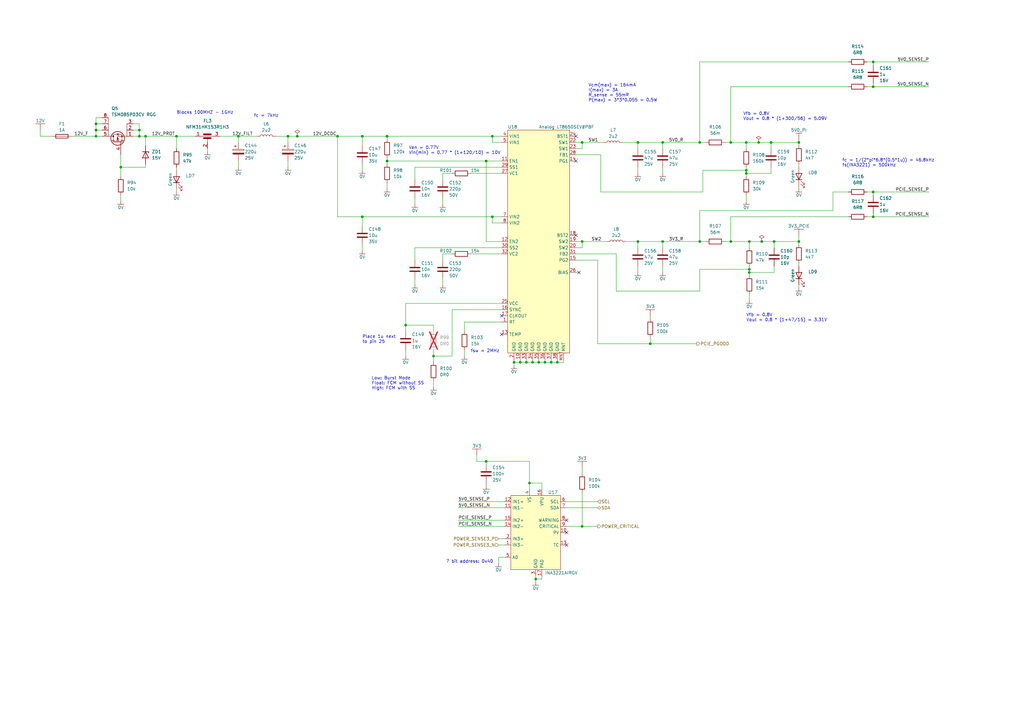
<source format=kicad_sch>
(kicad_sch (version 20231120) (generator "eeschema") (generator_version "8.0")
  (paper "A3")
  (junction (at 223.52 148.59))
  (junction (at 166.37 133.35))
  (junction (at 213.36 148.59))
  (junction (at 217.17 198.12))
  (junction (at 72.39 55.88))
  (junction (at 287.02 99.06))
  (junction (at 306.07 69.85))
  (junction (at 238.76 58.42))
  (junction (at 220.98 148.59))
  (junction (at 201.93 55.88))
  (junction (at 299.72 99.06))
  (junction (at 311.15 58.42))
  (junction (at 358.14 88.9))
  (junction (at 199.39 66.04))
  (junction (at 39.37 50.8))
  (junction (at 299.72 58.42))
  (junction (at 121.92 55.88))
  (junction (at 39.37 53.34))
  (junction (at 158.75 66.04))
  (junction (at 199.39 189.23))
  (junction (at 148.59 55.88))
  (junction (at 219.71 237.49))
  (junction (at 317.5 99.06))
  (junction (at 97.79 55.88))
  (junction (at 327.66 99.06))
  (junction (at 271.78 99.06))
  (junction (at 201.93 88.9))
  (junction (at 57.15 55.88))
  (junction (at 307.34 99.06))
  (junction (at 327.66 58.42))
  (junction (at 215.9 148.59))
  (junction (at 306.07 71.12))
  (junction (at 312.42 99.06))
  (junction (at 307.34 111.76))
  (junction (at 39.37 55.88))
  (junction (at 261.62 58.42))
  (junction (at 177.8 146.05))
  (junction (at 148.59 88.9))
  (junction (at 266.7 140.97))
  (junction (at 358.14 35.56))
  (junction (at 210.82 148.59))
  (junction (at 218.44 148.59))
  (junction (at 287.02 58.42))
  (junction (at 238.76 99.06))
  (junction (at 118.11 55.88))
  (junction (at 59.69 55.88))
  (junction (at 238.76 215.9))
  (junction (at 138.43 55.88))
  (junction (at 226.06 148.59))
  (junction (at 306.07 58.42))
  (junction (at 261.62 99.06))
  (junction (at 271.78 58.42))
  (junction (at 228.6 148.59))
  (junction (at 358.14 78.74))
  (junction (at 158.75 55.88))
  (junction (at 307.34 110.49))
  (junction (at 316.23 58.42))
  (junction (at 49.53 68.58))
  (junction (at 358.14 25.4))
  (junction (at 57.15 53.34))
  (no_connect (at 236.22 55.88))
  (no_connect (at 205.74 129.54))
  (no_connect (at 205.74 137.16))
  (no_connect (at 236.22 96.52))
  (no_connect (at 236.22 66.04))
  (no_connect (at 237.49 111.76))
  (no_connect (at 232.41 223.52))
  (no_connect (at 232.41 218.44))
  (no_connect (at 232.41 213.36))
  (wire (pts (xy 287.02 119.38) (xy 252.73 119.38)))
  (wire (pts (xy 204.47 223.52) (xy 207.01 223.52)))
  (wire (pts (xy 39.37 50.8) (xy 41.91 50.8)))
  (wire (pts (xy 72.39 55.88) (xy 72.39 60.96)))
  (wire (pts (xy 177.8 146.05) (xy 177.8 148.59)))
  (wire (pts (xy 54.61 55.88) (xy 57.15 55.88)))
  (wire (pts (xy 266.7 140.97) (xy 285.75 140.97)))
  (wire (pts (xy 316.23 58.42) (xy 327.66 58.42)))
  (wire (pts (xy 246.38 63.5) (xy 246.38 78.74)))
  (wire (pts (xy 59.69 55.88) (xy 72.39 55.88)))
  (wire (pts (xy 158.75 66.04) (xy 199.39 66.04)))
  (wire (pts (xy 327.66 76.2) (xy 327.66 77.47)))
  (wire (pts (xy 59.69 55.88) (xy 59.69 59.69)))
  (wire (pts (xy 16.51 53.34) (xy 16.51 55.88)))
  (wire (pts (xy 307.34 109.22) (xy 307.34 110.49)))
  (wire (pts (xy 158.75 66.04) (xy 158.75 67.31)))
  (wire (pts (xy 228.6 147.32) (xy 228.6 148.59)))
  (wire (pts (xy 219.71 237.49) (xy 219.71 238.76)))
  (wire (pts (xy 210.82 148.59) (xy 210.82 149.86)))
  (wire (pts (xy 316.23 58.42) (xy 316.23 60.96)))
  (wire (pts (xy 245.11 140.97) (xy 266.7 140.97)))
  (wire (pts (xy 255.27 58.42) (xy 261.62 58.42)))
  (wire (pts (xy 215.9 148.59) (xy 218.44 148.59)))
  (wire (pts (xy 218.44 148.59) (xy 220.98 148.59)))
  (wire (pts (xy 16.51 55.88) (xy 21.59 55.88)))
  (wire (pts (xy 297.18 99.06) (xy 299.72 99.06)))
  (wire (pts (xy 57.15 55.88) (xy 59.69 55.88)))
  (wire (pts (xy 236.22 58.42) (xy 238.76 58.42)))
  (wire (pts (xy 181.61 71.12) (xy 181.61 73.66)))
  (wire (pts (xy 236.22 111.76) (xy 237.49 111.76)))
  (wire (pts (xy 205.74 68.58) (xy 170.18 68.58)))
  (wire (pts (xy 299.72 88.9) (xy 299.72 99.06)))
  (wire (pts (xy 271.78 58.42) (xy 287.02 58.42)))
  (wire (pts (xy 306.07 58.42) (xy 311.15 58.42)))
  (wire (pts (xy 199.39 99.06) (xy 199.39 66.04)))
  (wire (pts (xy 201.93 88.9) (xy 205.74 88.9)))
  (wire (pts (xy 158.75 55.88) (xy 148.59 55.88)))
  (wire (pts (xy 39.37 48.26) (xy 39.37 50.8)))
  (wire (pts (xy 299.72 35.56) (xy 347.98 35.56)))
  (wire (pts (xy 327.66 107.95) (xy 327.66 109.22)))
  (wire (pts (xy 327.66 116.84) (xy 327.66 118.11)))
  (wire (pts (xy 217.17 200.66) (xy 217.17 198.12)))
  (wire (pts (xy 266.7 129.54) (xy 266.7 130.81)))
  (wire (pts (xy 185.42 104.14) (xy 181.61 104.14)))
  (wire (pts (xy 201.93 91.44) (xy 205.74 91.44)))
  (wire (pts (xy 355.6 78.74) (xy 358.14 78.74)))
  (wire (pts (xy 238.76 191.77) (xy 238.76 194.31)))
  (wire (pts (xy 177.8 146.05) (xy 185.42 146.05)))
  (wire (pts (xy 307.34 110.49) (xy 307.34 111.76)))
  (wire (pts (xy 238.76 58.42) (xy 238.76 60.96)))
  (wire (pts (xy 49.53 68.58) (xy 49.53 72.39)))
  (wire (pts (xy 306.07 69.85) (xy 288.29 69.85)))
  (wire (pts (xy 316.23 68.58) (xy 316.23 71.12)))
  (wire (pts (xy 327.66 96.52) (xy 327.66 99.06)))
  (wire (pts (xy 138.43 55.88) (xy 138.43 88.9)))
  (wire (pts (xy 358.14 88.9) (xy 381 88.9)))
  (wire (pts (xy 238.76 215.9) (xy 245.11 215.9)))
  (wire (pts (xy 29.21 55.88) (xy 39.37 55.88)))
  (wire (pts (xy 299.72 99.06) (xy 307.34 99.06)))
  (wire (pts (xy 187.96 205.74) (xy 207.01 205.74)))
  (wire (pts (xy 213.36 147.32) (xy 213.36 148.59)))
  (wire (pts (xy 49.53 80.01) (xy 49.53 82.55)))
  (wire (pts (xy 72.39 68.58) (xy 72.39 69.85)))
  (wire (pts (xy 177.8 156.21) (xy 177.8 158.75)))
  (wire (pts (xy 222.25 236.22) (xy 222.25 237.49)))
  (wire (pts (xy 39.37 55.88) (xy 41.91 55.88)))
  (wire (pts (xy 187.96 215.9) (xy 207.01 215.9)))
  (wire (pts (xy 72.39 55.88) (xy 80.01 55.88)))
  (wire (pts (xy 113.03 55.88) (xy 118.11 55.88)))
  (wire (pts (xy 49.53 63.5) (xy 49.53 68.58)))
  (wire (pts (xy 287.02 25.4) (xy 287.02 58.42)))
  (wire (pts (xy 307.34 120.65) (xy 307.34 123.19)))
  (wire (pts (xy 166.37 124.46) (xy 166.37 133.35)))
  (wire (pts (xy 287.02 86.36) (xy 287.02 99.06)))
  (wire (pts (xy 223.52 148.59) (xy 226.06 148.59)))
  (wire (pts (xy 236.22 104.14) (xy 252.73 104.14)))
  (wire (pts (xy 232.41 215.9) (xy 238.76 215.9)))
  (wire (pts (xy 228.6 148.59) (xy 231.14 148.59)))
  (wire (pts (xy 213.36 148.59) (xy 215.9 148.59)))
  (wire (pts (xy 236.22 63.5) (xy 246.38 63.5)))
  (wire (pts (xy 199.39 99.06) (xy 205.74 99.06)))
  (wire (pts (xy 358.14 35.56) (xy 358.14 34.29)))
  (wire (pts (xy 288.29 69.85) (xy 288.29 78.74)))
  (wire (pts (xy 312.42 99.06) (xy 317.5 99.06)))
  (wire (pts (xy 39.37 53.34) (xy 41.91 53.34)))
  (wire (pts (xy 222.25 198.12) (xy 222.25 200.66)))
  (wire (pts (xy 223.52 147.32) (xy 223.52 148.59)))
  (wire (pts (xy 217.17 189.23) (xy 217.17 198.12)))
  (wire (pts (xy 199.39 198.12) (xy 199.39 199.39)))
  (wire (pts (xy 170.18 81.28) (xy 170.18 83.82)))
  (wire (pts (xy 358.14 35.56) (xy 381 35.56)))
  (wire (pts (xy 148.59 88.9) (xy 138.43 88.9)))
  (wire (pts (xy 90.17 55.88) (xy 97.79 55.88)))
  (wire (pts (xy 307.34 99.06) (xy 307.34 101.6)))
  (wire (pts (xy 39.37 48.26) (xy 41.91 48.26)))
  (wire (pts (xy 355.6 35.56) (xy 358.14 35.56)))
  (wire (pts (xy 218.44 147.32) (xy 218.44 148.59)))
  (wire (pts (xy 166.37 133.35) (xy 166.37 135.89)))
  (wire (pts (xy 148.59 100.33) (xy 148.59 102.87)))
  (wire (pts (xy 187.96 208.28) (xy 207.01 208.28)))
  (wire (pts (xy 181.61 81.28) (xy 181.61 83.82)))
  (wire (pts (xy 187.96 213.36) (xy 207.01 213.36)))
  (wire (pts (xy 266.7 140.97) (xy 266.7 138.43)))
  (wire (pts (xy 201.93 58.42) (xy 205.74 58.42)))
  (wire (pts (xy 170.18 114.3) (xy 170.18 116.84)))
  (wire (pts (xy 271.78 99.06) (xy 261.62 99.06)))
  (wire (pts (xy 54.61 50.8) (xy 57.15 50.8)))
  (wire (pts (xy 327.66 67.31) (xy 327.66 68.58)))
  (wire (pts (xy 205.74 101.6) (xy 170.18 101.6)))
  (wire (pts (xy 201.93 58.42) (xy 201.93 55.88)))
  (wire (pts (xy 204.47 220.98) (xy 207.01 220.98)))
  (wire (pts (xy 236.22 60.96) (xy 238.76 60.96)))
  (wire (pts (xy 261.62 99.06) (xy 261.62 101.6)))
  (wire (pts (xy 358.14 78.74) (xy 358.14 80.01)))
  (wire (pts (xy 195.58 189.23) (xy 199.39 189.23)))
  (wire (pts (xy 261.62 58.42) (xy 271.78 58.42)))
  (wire (pts (xy 327.66 99.06) (xy 327.66 100.33)))
  (wire (pts (xy 238.76 99.06) (xy 248.92 99.06)))
  (wire (pts (xy 220.98 147.32) (xy 220.98 148.59)))
  (wire (pts (xy 199.39 189.23) (xy 217.17 189.23)))
  (wire (pts (xy 252.73 104.14) (xy 252.73 119.38)))
  (wire (pts (xy 97.79 55.88) (xy 97.79 58.42)))
  (wire (pts (xy 261.62 68.58) (xy 261.62 71.12)))
  (wire (pts (xy 355.6 25.4) (xy 358.14 25.4)))
  (wire (pts (xy 177.8 143.51) (xy 177.8 146.05)))
  (wire (pts (xy 148.59 67.31) (xy 148.59 69.85)))
  (wire (pts (xy 170.18 68.58) (xy 170.18 73.66)))
  (wire (pts (xy 166.37 124.46) (xy 205.74 124.46)))
  (wire (pts (xy 210.82 148.59) (xy 213.36 148.59)))
  (wire (pts (xy 85.09 60.96) (xy 85.09 62.23)))
  (wire (pts (xy 358.14 25.4) (xy 358.14 26.67)))
  (wire (pts (xy 205.74 132.08) (xy 190.5 132.08)))
  (wire (pts (xy 190.5 143.51) (xy 190.5 146.05)))
  (wire (pts (xy 232.41 205.74) (xy 245.11 205.74)))
  (wire (pts (xy 219.71 237.49) (xy 222.25 237.49)))
  (wire (pts (xy 190.5 132.08) (xy 190.5 135.89)))
  (wire (pts (xy 341.63 78.74) (xy 347.98 78.74)))
  (wire (pts (xy 306.07 58.42) (xy 306.07 60.96)))
  (wire (pts (xy 97.79 66.04) (xy 97.79 68.58)))
  (wire (pts (xy 307.34 110.49) (xy 287.02 110.49)))
  (wire (pts (xy 97.79 55.88) (xy 105.41 55.88)))
  (wire (pts (xy 238.76 215.9) (xy 238.76 201.93)))
  (wire (pts (xy 317.5 99.06) (xy 317.5 101.6)))
  (wire (pts (xy 238.76 99.06) (xy 238.76 101.6)))
  (wire (pts (xy 220.98 148.59) (xy 223.52 148.59)))
  (wire (pts (xy 288.29 78.74) (xy 246.38 78.74)))
  (wire (pts (xy 148.59 55.88) (xy 148.59 59.69)))
  (wire (pts (xy 306.07 69.85) (xy 306.07 71.12)))
  (wire (pts (xy 341.63 86.36) (xy 287.02 86.36)))
  (wire (pts (xy 287.02 110.49) (xy 287.02 119.38)))
  (wire (pts (xy 72.39 77.47) (xy 72.39 78.74)))
  (wire (pts (xy 166.37 143.51) (xy 166.37 146.05)))
  (wire (pts (xy 158.75 74.93) (xy 158.75 77.47)))
  (wire (pts (xy 148.59 88.9) (xy 201.93 88.9)))
  (wire (pts (xy 226.06 148.59) (xy 228.6 148.59)))
  (wire (pts (xy 358.14 88.9) (xy 358.14 87.63)))
  (wire (pts (xy 204.47 231.14) (xy 204.47 228.6)))
  (wire (pts (xy 215.9 147.32) (xy 215.9 148.59)))
  (wire (pts (xy 306.07 80.01) (xy 306.07 82.55)))
  (wire (pts (xy 185.42 146.05) (xy 185.42 127)))
  (wire (pts (xy 355.6 88.9) (xy 358.14 88.9)))
  (wire (pts (xy 287.02 25.4) (xy 347.98 25.4)))
  (wire (pts (xy 210.82 147.32) (xy 210.82 148.59)))
  (wire (pts (xy 148.59 88.9) (xy 148.59 92.71)))
  (wire (pts (xy 236.22 106.68) (xy 245.11 106.68)))
  (wire (pts (xy 118.11 66.04) (xy 118.11 68.58)))
  (wire (pts (xy 317.5 99.06) (xy 327.66 99.06)))
  (wire (pts (xy 177.8 133.35) (xy 166.37 133.35)))
  (wire (pts (xy 271.78 99.06) (xy 287.02 99.06)))
  (wire (pts (xy 204.47 228.6) (xy 207.01 228.6)))
  (wire (pts (xy 236.22 101.6) (xy 238.76 101.6)))
  (wire (pts (xy 261.62 109.22) (xy 261.62 111.76)))
  (wire (pts (xy 59.69 68.58) (xy 49.53 68.58)))
  (wire (pts (xy 287.02 99.06) (xy 289.56 99.06)))
  (wire (pts (xy 347.98 88.9) (xy 299.72 88.9)))
  (wire (pts (xy 271.78 68.58) (xy 271.78 71.12)))
  (wire (pts (xy 39.37 50.8) (xy 39.37 53.34)))
  (wire (pts (xy 311.15 58.42) (xy 316.23 58.42)))
  (wire (pts (xy 317.5 109.22) (xy 317.5 111.76)))
  (wire (pts (xy 219.71 236.22) (xy 219.71 237.49)))
  (wire (pts (xy 59.69 67.31) (xy 59.69 68.58)))
  (wire (pts (xy 185.42 127) (xy 205.74 127)))
  (wire (pts (xy 199.39 189.23) (xy 199.39 190.5)))
  (wire (pts (xy 193.04 71.12) (xy 205.74 71.12)))
  (wire (pts (xy 341.63 78.74) (xy 341.63 86.36)))
  (wire (pts (xy 217.17 198.12) (xy 222.25 198.12)))
  (wire (pts (xy 299.72 35.56) (xy 299.72 58.42)))
  (wire (pts (xy 201.93 91.44) (xy 201.93 88.9)))
  (wire (pts (xy 317.5 111.76) (xy 307.34 111.76)))
  (wire (pts (xy 316.23 71.12) (xy 306.07 71.12)))
  (wire (pts (xy 231.14 148.59) (xy 231.14 147.32)))
  (wire (pts (xy 54.61 53.34) (xy 57.15 53.34)))
  (wire (pts (xy 236.22 99.06) (xy 238.76 99.06)))
  (wire (pts (xy 118.11 55.88) (xy 121.92 55.88)))
  (wire (pts (xy 181.61 104.14) (xy 181.61 106.68)))
  (wire (pts (xy 177.8 135.89) (xy 177.8 133.35)))
  (wire (pts (xy 238.76 58.42) (xy 247.65 58.42)))
  (wire (pts (xy 195.58 186.69) (xy 195.58 189.23)))
  (wire (pts (xy 118.11 55.88) (xy 118.11 58.42)))
  (wire (pts (xy 181.61 114.3) (xy 181.61 116.84)))
  (wire (pts (xy 199.39 66.04) (xy 205.74 66.04)))
  (wire (pts (xy 327.66 58.42) (xy 327.66 59.69)))
  (wire (pts (xy 358.14 25.4) (xy 381 25.4)))
  (wire (pts (xy 307.34 99.06) (xy 312.42 99.06)))
  (wire (pts (xy 307.34 111.76) (xy 307.34 113.03)))
  (wire (pts (xy 271.78 109.22) (xy 271.78 111.76)))
  (wire (pts (xy 39.37 53.34) (xy 39.37 55.88)))
  (wire (pts (xy 138.43 55.88) (xy 148.59 55.88)))
  (wire (pts (xy 358.14 78.74) (xy 381 78.74)))
  (wire (pts (xy 271.78 99.06) (xy 271.78 101.6)))
  (wire (pts (xy 158.75 55.88) (xy 158.75 57.15)))
  (wire (pts (xy 245.11 106.68) (xy 245.11 140.97)))
  (wire (pts (xy 306.07 68.58) (xy 306.07 69.85)))
  (wire (pts (xy 226.06 147.32) (xy 226.06 148.59)))
  (wire (pts (xy 327.66 57.15) (xy 327.66 58.42)))
  (wire (pts (xy 57.15 50.8) (xy 57.15 53.34)))
  (wire (pts (xy 57.15 53.34) (xy 57.15 55.88)))
  (wire (pts (xy 299.72 58.42) (xy 306.07 58.42)))
  (wire (pts (xy 170.18 101.6) (xy 170.18 106.68)))
  (wire (pts (xy 158.75 64.77) (xy 158.75 66.04)))
  (wire (pts (xy 287.02 58.42) (xy 289.56 58.42)))
  (wire (pts (xy 121.92 55.88) (xy 138.43 55.88)))
  (wire (pts (xy 232.41 208.28) (xy 245.11 208.28)))
  (wire (pts (xy 297.18 58.42) (xy 299.72 58.42)))
  (wire (pts (xy 256.54 99.06) (xy 261.62 99.06)))
  (wire (pts (xy 261.62 58.42) (xy 261.62 60.96)))
  (wire (pts (xy 271.78 58.42) (xy 271.78 60.96)))
  (wire (pts (xy 193.04 104.14) (xy 205.74 104.14)))
  (wire (pts (xy 185.42 71.12) (xy 181.61 71.12)))
  (wire (pts (xy 201.93 55.88) (xy 158.75 55.88)))
  (wire (pts (xy 306.07 71.12) (xy 306.07 72.39)))
  (wire (pts (xy 201.93 55.88) (xy 205.74 55.88)))
  (text "Place 1u next\nto pin 25" (at 148.59 140.97 0) (effects (font (size 1.27 1.27)) (justify left bottom)))
  (text "Blocks 100MHZ - 1GHz" (at 72.39 46.99 0) (effects (font (size 1.27 1.27)) (justify left bottom)))
  (text "Vfb = 0.8V\nVout = 0.8 * (1+300/56) = 5.09V" (at 304.8 49.53 0) (effects (font (size 1.27 1.27)) (justify left bottom)))
  (text "Vcm(max) = 164mA\nI(max) = 3A\nR_sense = 55mR\nP(max) = 3*3*0.055 = 0.5W" (at 241.3 41.91 0) (effects (font (size 1.27 1.27)) (justify left bottom)))
  (text "Vfb = 0.8V\nVout = 0.8 * (1+47/15) = 3.31V" (at 306.07 132.08 0) (effects (font (size 1.27 1.27)) (justify left bottom)))
  (text "7 bit address: 0x40" (at 182.88 231.14 0) (effects (font (size 1.27 1.27)) (justify left bottom)))
  (text "fsw = 2MHz" (at 193.04 144.78 0) (effects (font (size 1.27 1.27)) (justify left bottom)))
  (text "Ven = 0.77V\nVin(min) = 0.77 * (1+120/10) = 10V" (at 167.64 63.5 0) (effects (font (size 1.27 1.27)) (justify left bottom)))
  (text "fc = 7kHz" (at 104.14 48.26 0) (effects (font (size 1.27 1.27)) (justify left bottom)))
  (text "Low: Burst Mode\nFloat: FCM without SS\nHigh: FCM with SS" (at 152.4 160.02 0) (effects (font (size 1.27 1.27)) (justify left bottom)))
  (text "fc = 1/(2*pi*6.8*(0.5*1u)) = 46.8kHz\nfs(INA3221) = 500kHz" (at 345.44 68.58 0) (effects (font (size 1.27 1.27)) (justify left bottom)))
  (label "PCIE_SENSE_N" (at 381 88.9 180))
  (label "5V0_SENSE_P" (at 381 25.4 180))
  (label "12V_DCDC" (at 128.27 55.88 0))
  (label "5V0_SENSE_P" (at 187.96 205.74 0))
  (label "PCIE_SENSE_P" (at 381 78.74 180))
  (label "SW2" (at 242.57 99.06 0))
  (label "3V3_R" (at 274.32 99.06 0))
  (label "PCIE_SENSE_N" (at 187.96 215.9 0))
  (label "SW1" (at 241.3 58.42 0))
  (label "12V_FILT" (at 95.25 55.88 0))
  (label "5V0_R" (at 274.32 58.42 0))
  (label "12V_PROT" (at 62.23 55.88 0))
  (label "12V_F" (at 30.48 55.88 0))
  (label "PCIE_SENSE_P" (at 187.96 213.36 0))
  (label "5V0_SENSE_N" (at 381 35.56 180))
  (label "5V0_SENSE_N" (at 187.96 208.28 0))
  (hierarchical_label "POWER_SENSE3_N" (shape input) (at 204.47 223.52 180))
  (hierarchical_label "POWER_SENSE3_P" (shape input) (at 204.47 220.98 180))
  (hierarchical_label "PCIE_PGOOD" (shape output) (at 285.75 140.97 0))
  (hierarchical_label "SCL" (shape input) (at 245.11 205.74 0))
  (hierarchical_label "POWER_CRITICAL" (shape output) (at 245.11 215.9 0))
  (hierarchical_label "SDA" (shape bidirectional) (at 245.11 208.28 0))
  (symbol (lib_id "AAA_Preferred_WUT:KOA Speer RK73H1ETTP1003F") (at 266.7 134.62 0) (unit 1)
    (property "Reference" "R105" (at 269.24 133.35 0) (effects (justify left)))
    (property "Value" "100k" (at 269.24 135.89 0) (effects (justify left)))
    (property "Footprint" "Resistor_SMD:R_0402_1005Metric" (effects (hide yes)))
    (property "Datasheet" "https://www.koaspeer.com/pdfs/RK73H.pdf" (effects (hide yes)))
    (property "MPN" "RK73H1ETTP1003F" (effects (hide yes)))
    (property "Manufacturer" "KOA Speer" (effects (hide yes)))
    (property "Tolerance" "1%" (effects (hide yes)))
    (property "Height" "0.4mm" (effects (hide yes)))
  )
  (symbol (lib_id "Transistor_WUT:Taiwan-Semiconductor_TSM085P03CV-RGG") (at 49.53 55.88 270) (mirror x) (unit 1)
    (property "Reference" "Q5" (at 45.72 44.45 90) (effects (justify left)))
    (property "Value" "TSM085P03CV RGG" (at 45.72 46.99 90) (effects (justify left)))
    (property "Footprint" "IC_WUT:PDFN33-8" (effects (hide yes)))
    (property "Datasheet" "https://www.taiwansemi.com/assets/uploads/datasheet/TSM085P03CV_A1605.pdf" (effects (hide yes)))
    (property "Manufacturer" "Taiwan Semiconductor" (effects (hide yes)))
    (property "MPN" "TSM085P03CV RGG" (effects (hide yes)))
  )
  (symbol (lib_id "Power_WUT:0V") (at 261.62 71.12 0) (unit 1) (in_bom no) (on_board no)
    (property "Reference" "#PWR0290" (effects (hide yes)))
    (property "Value" "0V" (at 261.62 73.66 0))
  )
  (symbol (lib_id "Auto_Library_WUT:TDK C3216X5R1E476M160AC") (at 271.78 64.77 0) (unit 1)
    (property "Reference" "C157" (at 274.32 62.23 0) (effects (justify left)))
    (property "Value" "47u" (at 274.32 64.77 0) (effects (justify left)))
    (property "Footprint" "Capacitor_SMD:C_1206_3216Metric" (effects (hide yes)))
    (property "Datasheet" "https://product.tdk.com/system/files/dam/doc/product/capacitor/ceramic/mlcc/catalog/mlcc_commercial_general_en.pdf" (effects (hide yes)))
    (property "Voltage" "25V" (at 274.32 67.31 0) (effects (justify left)))
    (property "Manufacturer" "TDK" (effects (hide yes)))
    (property "MPN" "C3216X5R1E476M160AC" (effects (hide yes)))
    (property "Tolerance" "20%" (effects (hide yes)))
    (property "Dielectric" "X5R" (effects (hide yes)))
    (property "Height" "1.6mm" (effects (hide yes)))
  )
  (symbol (lib_id "Power_WUT:0V") (at 177.8 158.75 0) (unit 1) (in_bom no) (on_board no)
    (property "Reference" "#PWR0280" (effects (hide yes)))
    (property "Value" "0V" (at 177.8 161.29 0))
  )
  (symbol (lib_id "Auto_Library_WUT:KOA Speer RK73H1ETTP6R80F") (at 351.79 88.9 90) (unit 1)
    (property "Reference" "R117" (at 351.79 82.55 90))
    (property "Value" "6R8" (at 351.79 85.09 90))
    (property "Footprint" "Resistor_SMD:R_0402_1005Metric" (effects (hide yes)))
    (property "Datasheet" "https://www.koaspeer.com/pdfs/RK73H.pdf" (effects (hide yes)))
    (property "MPN" "RK73H1ETTP6R80F" (effects (hide yes)))
    (property "Manufacturer" "KOA Speer" (effects (hide yes)))
    (property "Tolerance" "1%" (effects (hide yes)))
    (property "Height" "0.4mm" (effects (hide yes)))
  )
  (symbol (lib_id "Power_WUT:0V") (at 166.37 146.05 0) (unit 1) (in_bom no) (on_board no)
    (property "Reference" "#PWR0277" (effects (hide yes)))
    (property "Value" "0V" (at 166.37 148.59 0))
  )
  (symbol (lib_id "Auto_Library_WUT:Coilcraft XEL4030-222MED") (at 251.46 58.42 90) (unit 1)
    (property "Reference" "L7" (at 251.46 53.34 90))
    (property "Value" "2u2" (at 251.46 55.88 90))
    (property "Footprint" "Inductor_WUT:Coilcraft_XEL4030" (effects (hide yes)))
    (property "Datasheet" "https://www.coilcraft.com/getmedia/8245f050-f190-4295-8c41-7c03d662ee3d/xel4030.pdf" (effects (hide yes)))
    (property "Manufacturer" "Coilcraft" (effects (hide yes)))
    (property "MPN" "XEL4030-222MED" (effects (hide yes)))
    (property "Tolerance" "20%" (effects (hide yes)))
    (property "Height" "3.1mm" (effects (hide yes)))
  )
  (symbol (lib_id "Auto_Library_WUT:Coilcraft XEL4030-222MED") (at 252.73 99.06 90) (unit 1)
    (property "Reference" "L8" (at 252.73 93.98 90))
    (property "Value" "2u2" (at 252.73 96.52 90))
    (property "Footprint" "Inductor_WUT:Coilcraft_XEL4030" (effects (hide yes)))
    (property "Datasheet" "https://www.coilcraft.com/getmedia/8245f050-f190-4295-8c41-7c03d662ee3d/xel4030.pdf" (effects (hide yes)))
    (property "Manufacturer" "Coilcraft" (effects (hide yes)))
    (property "MPN" "XEL4030-222MED" (effects (hide yes)))
    (property "Tolerance" "20%" (effects (hide yes)))
    (property "Height" "3.1mm" (effects (hide yes)))
  )
  (symbol (lib_id "Auto_Library_WUT:Kemet C0402C221G5GACTU") (at 181.61 77.47 0) (unit 1)
    (property "Reference" "C152" (at 184.15 74.93 0) (effects (justify left)))
    (property "Value" "220p" (at 184.15 77.47 0) (effects (justify left)))
    (property "Footprint" "Capacitor_SMD:C_0402_1005Metric" (effects (hide yes)))
    (property "Datasheet" "https://www.mouser.co.uk/datasheet/2/447/KEM_C1006_X5R_SMD-3316465.pdf" (effects (hide yes)))
    (property "Voltage" "50V" (at 184.15 80.01 0) (effects (justify left)))
    (property "Manufacturer" "Kemet" (effects (hide yes)))
    (property "MPN" "C0402C221G5GACTU" (effects (hide yes)))
    (property "Tolerance" "0.02" (effects (hide yes)))
    (property "Dielectric" "NP0/C0G" (effects (hide yes)))
    (property "Height" "0.5mm" (effects (hide yes)))
  )
  (symbol (lib_id "Power_WUT:0V") (at 118.11 68.58 0) (unit 1) (in_bom no) (on_board no)
    (property "Reference" "#PWR0273" (effects (hide yes)))
    (property "Value" "0V" (at 118.11 71.12 0))
  )
  (symbol (lib_id "Auto_Library_WUT:KOA Speer RK73H1ETTP4701F") (at 327.66 104.14 0) (unit 1)
    (property "Reference" "R113" (at 330.2 102.87 0) (effects (justify left)))
    (property "Value" "4k7" (at 330.2 105.41 0) (effects (justify left)))
    (property "Footprint" "Resistor_SMD:R_0402_1005Metric" (effects (hide yes)))
    (property "Datasheet" "https://www.koaspeer.com/pdfs/RK73H.pdf" (effects (hide yes)))
    (property "MPN" "RK73H1ETTP4701F" (effects (hide yes)))
    (property "Manufacturer" "KOA Speer" (effects (hide yes)))
    (property "Tolerance" "1%" (effects (hide yes)))
    (property "Height" "0.4mm" (effects (hide yes)))
  )
  (symbol (lib_id "Power_WUT:0V") (at 181.61 116.84 0) (unit 1) (in_bom no) (on_board no)
    (property "Reference" "#PWR0282" (effects (hide yes)))
    (property "Value" "0V" (at 181.61 119.38 0))
  )
  (symbol (lib_id "AAA_Preferred_WUT:Ekinglux_E6C0603VGAC1UDA") (at 327.66 72.39 270) (unit 1)
    (property "Reference" "LD8" (at 331.47 70.8025 90) (effects (justify left)))
    (property "Value" "Green" (at 325.12 72.39 0))
    (property "Footprint" "LED_SMD:LED_0603_1608Metric" (effects (hide yes)))
    (property "Datasheet" "https://datasheet.lcsc.com/lcsc/2203301830_EKINGLUX-E6C0603VGAC1UDA_C375447.pdf" (effects (hide yes)))
    (property "Manufacturer" "Ekinglux" (effects (hide yes)))
    (property "MPN" "E6C0603VGAC1UDA" (effects (hide yes)))
  )
  (symbol (lib_id "AAA_Preferred_WUT:Ekinglux_E6C0603VGAC1UDA") (at 72.39 73.66 270) (unit 1)
    (property "Reference" "LD7" (at 76.2 72.0725 90) (effects (justify left)))
    (property "Value" "Green" (at 69.85 73.66 0))
    (property "Footprint" "LED_SMD:LED_0603_1608Metric" (effects (hide yes)))
    (property "Datasheet" "https://datasheet.lcsc.com/lcsc/2203301830_EKINGLUX-E6C0603VGAC1UDA_C375447.pdf" (effects (hide yes)))
    (property "Manufacturer" "Ekinglux" (effects (hide yes)))
    (property "MPN" "E6C0603VGAC1UDA" (effects (hide yes)))
  )
  (symbol (lib_id "IC_WUT:LT8650SEV#PBF ") (at 220.98 55.88 0) (unit 1)
    (property "Reference" "U18" (at 208.28 52.07 0) (effects (justify left)))
    (property "Value" "Analog LT8650SEV#PBF " (at 220.98 52.07 0) (effects (justify left)))
    (property "Footprint" "IC_WUT:LQFN-32(28)-6EP_6x4mm_P0.5mm_EP1.1x1.33mm" (effects (hide yes)))
    (property "Datasheet" "https://www.analog.com/media/en/technical-documentation/data-sheets/lt8650s.pdf" (effects (hide yes)))
    (property "Manufacturer" "Analog Devices" (effects (hide yes)))
    (property "MPN" "LT8650SEV#PBF " (effects (hide yes)))
  )
  (symbol (lib_id "Power_WUT:0V") (at 307.34 123.19 0) (unit 1) (in_bom no) (on_board no)
    (property "Reference" "#PWR0296" (effects (hide yes)))
    (property "Value" "0V" (at 307.34 125.73 0))
  )
  (symbol (lib_id "Power_WUT:5V0_PI") (at 327.66 57.15 0) (unit 1) (in_bom no) (on_board no)
    (property "Reference" "#PWR0297" (effects (hide yes)))
    (property "Value" "5V0_PI" (at 327.66 53.34 0))
  )
  (symbol (lib_id "RF_WUT:Feedthrough_Murata_NFM31HK153R1H3") (at 85.09 55.88 0) (unit 1)
    (property "Reference" "FL3" (at 85.09 49.53 0))
    (property "Value" "NFM31HK153R1H3" (at 85.09 52.07 0))
    (property "Footprint" "Capacitor_WUT:Murata_NFM31HK" (effects (hide yes)))
    (property "Datasheet" "https://www.murata.com/en-eu/products/productdetail?partno=NFM31HK153R1H3%23" (effects (hide yes)))
    (property "Manufacturer" "Murata" (effects (hide yes)))
    (property "MPN" "NFM31HK153R1H3" (effects (hide yes)))
  )
  (symbol (lib_id "Auto_Library_WUT:Kemet C0402C103K4PACTU") (at 170.18 77.47 0) (unit 1)
    (property "Reference" "C150" (at 172.72 74.93 0) (effects (justify left)))
    (property "Value" "10n" (at 172.72 77.47 0) (effects (justify left)))
    (property "Footprint" "Capacitor_SMD:C_0402_1005Metric" (effects (hide yes)))
    (property "Datasheet" "https://www.mouser.co.uk/datasheet/2/447/KEM_C1006_X5R_SMD-3316465.pdf" (effects (hide yes)))
    (property "Voltage" "16V" (at 172.72 80.01 0) (effects (justify left)))
    (property "Manufacturer" "Kemet" (effects (hide yes)))
    (property "MPN" "C0402C103K4PACTU" (effects (hide yes)))
    (property "Tolerance" "0.1" (effects (hide yes)))
    (property "Dielectric" "X5R" (effects (hide yes)))
    (property "Height" "Nonemm" (effects (hide yes)))
  )
  (symbol (lib_id "AAA_Preferred_WUT:Yageo CC0402KRX7R8BB104") (at 199.39 194.31 0) (unit 1)
    (property "Reference" "C154" (at 201.93 191.77 0) (effects (justify left)))
    (property "Value" "100n" (at 201.93 194.31 0) (effects (justify left)))
    (property "Footprint" "Capacitor_SMD:C_0402_1005Metric" (effects (hide yes)))
    (property "Datasheet" "https://www.yageo.com/upload/media/product/productsearch/datasheet/mlcc/UPY-GPHC_X7R_6.3V-to-250V_23.pdf" (effects (hide yes)))
    (property "Voltage" "25V" (at 201.93 196.85 0) (effects (justify left)))
    (property "Manufacturer" "Yageo" (effects (hide yes)))
    (property "MPN" "CC0402KRX7R8BB104" (effects (hide yes)))
    (property "Tolerance" "10%" (effects (hide yes)))
    (property "Dielectric" "X7R" (effects (hide yes)))
    (property "Height" "0.5mm" (effects (hide yes)))
  )
  (symbol (lib_id "Auto_Library_WUT:Kemet C0402C103K4PACTU") (at 170.18 110.49 0) (unit 1)
    (property "Reference" "C151" (at 172.72 107.95 0) (effects (justify left)))
    (property "Value" "10n" (at 172.72 110.49 0) (effects (justify left)))
    (property "Footprint" "Capacitor_SMD:C_0402_1005Metric" (effects (hide yes)))
    (property "Datasheet" "https://www.mouser.co.uk/datasheet/2/447/KEM_C1006_X5R_SMD-3316465.pdf" (effects (hide yes)))
    (property "Voltage" "16V" (at 172.72 113.03 0) (effects (justify left)))
    (property "Manufacturer" "Kemet" (effects (hide yes)))
    (property "MPN" "C0402C103K4PACTU" (effects (hide yes)))
    (property "Tolerance" "0.1" (effects (hide yes)))
    (property "Dielectric" "X5R" (effects (hide yes)))
    (property "Height" "Nonemm" (effects (hide yes)))
  )
  (symbol (lib_id "Power_WUT:0V") (at 306.07 82.55 0) (unit 1) (in_bom no) (on_board no)
    (property "Reference" "#PWR0295" (effects (hide yes)))
    (property "Value" "0V" (at 306.07 85.09 0))
  )
  (symbol (lib_id "Auto_Library_WUT:KOA Speer RK73H1ETTP1203F") (at 158.75 60.96 0) (unit 1)
    (property "Reference" "R97" (at 161.29 59.69 0) (effects (justify left)))
    (property "Value" "120k" (at 161.29 62.23 0) (effects (justify left)))
    (property "Footprint" "Resistor_SMD:R_0402_1005Metric" (effects (hide yes)))
    (property "Datasheet" "https://www.koaspeer.com/pdfs/RK73H.pdf" (effects (hide yes)))
    (property "MPN" "RK73H1ETTP1203F" (effects (hide yes)))
    (property "Manufacturer" "KOA Speer" (effects (hide yes)))
    (property "Tolerance" "1%" (effects (hide yes)))
    (property "Height" "0.4mm" (effects (hide yes)))
  )
  (symbol (lib_id "Power_WUT:12V") (at 16.51 53.34 0) (unit 1) (in_bom no) (on_board no)
    (property "Reference" "#PWR0266" (effects (hide yes)))
    (property "Value" "12V" (at 16.51 49.53 0))
  )
  (symbol (lib_id "Power_WUT:0V") (at 199.39 199.39 0) (unit 1) (in_bom no) (on_board no)
    (property "Reference" "#PWR0285" (effects (hide yes)))
    (property "Value" "0V" (at 199.39 201.93 0))
  )
  (symbol (lib_id "Power_WUT:PWR_FLAG") (at 311.15 58.42 0) (unit 1)
    (property "Reference" "#FLG029" (effects (hide yes)))
    (property "Value" "PWR_FLAG" (effects (hide yes)))
  )
  (symbol (lib_id "Auto_Library_WUT:KOA Speer RK73H1ETTP1603F") (at 306.07 64.77 0) (unit 1)
    (property "Reference" "R108" (at 308.61 63.5 0) (effects (justify left)))
    (property "Value" "160k" (at 308.61 66.04 0) (effects (justify left)))
    (property "Footprint" "Resistor_SMD:R_0402_1005Metric" (effects (hide yes)))
    (property "Datasheet" "https://www.koaspeer.com/pdfs/RK73H.pdf" (effects (hide yes)))
    (property "MPN" "RK73H1ETTP1603F" (effects (hide yes)))
    (property "Manufacturer" "KOA Speer" (effects (hide yes)))
    (property "Tolerance" "1%" (effects (hide yes)))
    (property "Height" "0.4mm" (effects (hide yes)))
  )
  (symbol (lib_id "IC_WUT:INA3221AIRGV") (at 219.71 205.74 0) (unit 1)
    (property "Reference" "U17" (at 224.79 201.93 0) (effects (justify left)))
    (property "Value" "INA3221AIRGV" (at 223.52 234.95 0) (effects (justify left)))
    (property "Footprint" "IC_WUT:Texas_VQFN-16-1EP_RGV0016A" (effects (hide yes)))
    (property "Datasheet" "https://www.ti.com/lit/ds/symlink/ina3221.pdf?HQS=dis-mous-null-mousermode-dsf-pf-null-wwe&ts=1701710172007&ref_url=https%253A%252F%252Fwww.mouser.co.cr%252F" (effects (hide yes)))
    (property "Manufacturer" "Texas Instruments" (effects (hide yes)))
    (property "MPN" "INA3221AIRGV" (effects (hide yes)))
  )
  (symbol (lib_id "Power_WUT:0V") (at 158.75 77.47 0) (unit 1) (in_bom no) (on_board no)
    (property "Reference" "#PWR0276" (effects (hide yes)))
    (property "Value" "0V" (at 158.75 80.01 0))
  )
  (symbol (lib_id "Auto_Library_WUT:KOA Speer RK73H1ETTP3002F") (at 306.07 76.2 0) (unit 1)
    (property "Reference" "R109" (at 308.61 74.93 0) (effects (justify left)))
    (property "Value" "30k" (at 308.61 77.47 0) (effects (justify left)))
    (property "Footprint" "Resistor_SMD:R_0402_1005Metric" (effects (hide yes)))
    (property "Datasheet" "https://www.koaspeer.com/pdfs/RK73H.pdf" (effects (hide yes)))
    (property "MPN" "RK73H1ETTP3002F" (effects (hide yes)))
    (property "Manufacturer" "KOA Speer" (effects (hide yes)))
    (property "Tolerance" "1%" (effects (hide yes)))
    (property "Height" "0.4mm" (effects (hide yes)))
  )
  (symbol (lib_id "Auto_Library_WUT:KOA Speer RK73H1ETTP1502F") (at 189.23 71.12 90) (unit 1)
    (property "Reference" "R101" (at 185.42 69.85 90) (effects (justify left)))
    (property "Value" "15k" (at 193.04 69.85 90) (effects (justify right)))
    (property "Footprint" "Resistor_SMD:R_0402_1005Metric" (effects (hide yes)))
    (property "Datasheet" "https://www.koaspeer.com/pdfs/RK73H.pdf" (effects (hide yes)))
    (property "MPN" "RK73H1ETTP1502F" (effects (hide yes)))
    (property "Manufacturer" "KOA Speer" (effects (hide yes)))
    (property "Tolerance" "1%" (effects (hide yes)))
    (property "Height" "0.4mm" (effects (hide yes)))
  )
  (symbol (lib_id "Power_WUT:3V3") (at 238.76 191.77 0) (unit 1) (in_bom no) (on_board no)
    (property "Reference" "#PWR0289" (effects (hide yes)))
    (property "Value" "3V3" (at 238.76 187.96 0))
  )
  (symbol (lib_id "Auto_Library_WUT:KOA Speer RK73H1ETTP1502F") (at 307.34 116.84 0) (unit 1)
    (property "Reference" "R111" (at 309.88 115.57 0) (effects (justify left)))
    (property "Value" "15k" (at 309.88 118.11 0) (effects (justify left)))
    (property "Footprint" "Resistor_SMD:R_0402_1005Metric" (effects (hide yes)))
    (property "Datasheet" "https://www.koaspeer.com/pdfs/RK73H.pdf" (effects (hide yes)))
    (property "MPN" "RK73H1ETTP1502F" (effects (hide yes)))
    (property "Manufacturer" "KOA Speer" (effects (hide yes)))
    (property "Tolerance" "1%" (effects (hide yes)))
    (property "Height" "0.4mm" (effects (hide yes)))
  )
  (symbol (lib_id "Auto_Library_WUT:KOA Speer RK73H1ETTP4702F") (at 307.34 105.41 0) (unit 1)
    (property "Reference" "R110" (at 309.88 104.14 0) (effects (justify left)))
    (property "Value" "47k" (at 309.88 106.68 0) (effects (justify left)))
    (property "Footprint" "Resistor_SMD:R_0402_1005Metric" (effects (hide yes)))
    (property "Datasheet" "https://www.koaspeer.com/pdfs/RK73H.pdf" (effects (hide yes)))
    (property "MPN" "RK73H1ETTP4702F" (effects (hide yes)))
    (property "Manufacturer" "KOA Speer" (effects (hide yes)))
    (property "Tolerance" "1%" (effects (hide yes)))
    (property "Height" "0.4mm" (effects (hide yes)))
  )
  (symbol (lib_id "Auto_Library_WUT:Wurth Elektronik_875575553004") (at 118.11 62.23 0) (unit 1)
    (property "Reference" "C146" (at 120.65 59.69 0) (effects (justify left)))
    (property "Value" "220u" (at 120.65 62.23 0) (effects (justify left)))
    (property "Footprint" "Capacitor_WUT:Wurth_WCAP-HSG5_8x10.5mm_SM" (effects (hide yes)))
    (property "Datasheet" "https://www.we-online.com/components/products/datasheet/875575553004.pdf" (effects (hide yes)))
    (property "Voltage" "25V" (at 120.65 64.77 0) (effects (justify left)))
    (property "Manufacturer" "Wurth Elektronik" (effects (hide yes)))
    (property "MPN" "875575553004" (effects (hide yes)))
    (property "Tolerance" "20%" (effects (hide yes)))
    (property "Dielectric" "Aluminium Hybrid Polymer" (effects (hide yes)))
    (property "Height" "10.5mm" (effects (hide yes)))
  )
  (symbol (lib_id "Auto_Library_WUT:onsemi MM3Z15VST1G") (at 59.69 63.5 270) (unit 1)
    (property "Reference" "ZD1" (at 62.23 62.23 90) (effects (justify left)))
    (property "Value" "15V" (at 62.23 64.77 90) (effects (justify left)))
    (property "Footprint" "Diode_SMD:D_SOD-323" (effects (hide yes)))
    (property "Datasheet" "https://www.farnell.com/datasheets/2028649.pdf" (effects (hide yes)))
    (property "Manufacturer" "onsemi" (effects (hide yes)))
    (property "MPN" "MM3Z15VST1G" (effects (hide yes)))
    (property "Height" "1mm" (effects (hide yes)))
  )
  (symbol (lib_id "Auto_Library_WUT:Panasonic ERJB1CFR056U ") (at 293.37 58.42 90) (unit 1)
    (property "Reference" "R106" (at 293.37 52.07 90))
    (property "Value" "56m" (at 293.37 54.61 90))
    (property "Footprint" "Resistor_SMD:R_1020_2550Metric" (effects (hide yes)))
    (property "Datasheet" "http://industrial.panasonic.com/cdbs/www-data/pdf/RDN0000/AOA0000C325.pdf" (effects (hide yes)))
    (property "MPN" "ERJB1CFR056U " (effects (hide yes)))
    (property "Manufacturer" "Panasonic" (effects (hide yes)))
    (property "Tolerance" "1%" (effects (hide yes)))
    (property "Height" "0.55mm" (effects (hide yes)))
  )
  (symbol (lib_id "AAA_Preferred_WUT:KOA Speer RK73Z1ETTP") (at 177.8 152.4 0) (unit 1)
    (property "Reference" "R100" (at 180.34 151.13 0) (effects (justify left)))
    (property "Value" "0R0" (at 180.34 153.67 0) (effects (justify left)))
    (property "Footprint" "Resistor_SMD:R_0402_1005Metric" (effects (hide yes)))
    (property "Datasheet" "https://www.koaspeer.com/pdfs/RK73H.pdf" (effects (hide yes)))
    (property "MPN" "RK73Z1ETTP" (effects (hide yes)))
    (property "Manufacturer" "KOA Speer" (effects (hide yes)))
    (property "Tolerance" "1%" (effects (hide yes)))
    (property "Height" "0.4mm" (effects (hide yes)))
  )
  (symbol (lib_id "AAA_Preferred_WUT:KOA Speer RK73H1ETTP1002F") (at 49.53 76.2 0) (unit 1)
    (property "Reference" "R94" (at 52.07 74.93 0) (effects (justify left)))
    (property "Value" "10k" (at 52.07 77.47 0) (effects (justify left)))
    (property "Footprint" "Resistor_SMD:R_0402_1005Metric" (effects (hide yes)))
    (property "Datasheet" "https://www.koaspeer.com/pdfs/RK73H.pdf" (effects (hide yes)))
    (property "MPN" "RK73H1ETTP1002F" (effects (hide yes)))
    (property "Manufacturer" "KOA Speer" (effects (hide yes)))
    (property "Tolerance" "1%" (effects (hide yes)))
    (property "Height" "0.4mm" (effects (hide yes)))
  )
  (symbol (lib_id "Auto_Library_WUT:Coilcraft XEL4030-222MED") (at 109.22 55.88 90) (unit 1)
    (property "Reference" "L6" (at 109.22 50.8 90))
    (property "Value" "2u2" (at 109.22 53.34 90))
    (property "Footprint" "Inductor_WUT:Coilcraft_XEL4030" (effects (hide yes)))
    (property "Datasheet" "https://www.coilcraft.com/getmedia/8245f050-f190-4295-8c41-7c03d662ee3d/xel4030.pdf" (effects (hide yes)))
    (property "Manufacturer" "Coilcraft" (effects (hide yes)))
    (property "MPN" "XEL4030-222MED" (effects (hide yes)))
    (property "Tolerance" "20%" (effects (hide yes)))
    (property "Height" "3.1mm" (effects (hide yes)))
  )
  (symbol (lib_id "Auto_Library_WUT:KOA Speer RK73H1ETTP6R80F") (at 351.79 25.4 90) (unit 1)
    (property "Reference" "R114" (at 351.79 19.05 90))
    (property "Value" "6R8" (at 351.79 21.59 90))
    (property "Footprint" "Resistor_SMD:R_0402_1005Metric" (effects (hide yes)))
    (property "Datasheet" "https://www.koaspeer.com/pdfs/RK73H.pdf" (effects (hide yes)))
    (property "MPN" "RK73H1ETTP6R80F" (effects (hide yes)))
    (property "Manufacturer" "KOA Speer" (effects (hide yes)))
    (property "Tolerance" "1%" (effects (hide yes)))
    (property "Height" "0.4mm" (effects (hide yes)))
  )
  (symbol (lib_id "Power_WUT:0V") (at 148.59 102.87 0) (unit 1) (in_bom no) (on_board no)
    (property "Reference" "#PWR0275" (effects (hide yes)))
    (property "Value" "0V" (at 148.59 105.41 0))
  )
  (symbol (lib_id "Power_WUT:0V") (at 271.78 111.76 0) (unit 1) (in_bom no) (on_board no)
    (property "Reference" "#PWR0294" (effects (hide yes)))
    (property "Value" "0V" (at 271.78 114.3 0))
  )
  (symbol (lib_id "Power_WUT:0V") (at 261.62 111.76 0) (unit 1) (in_bom no) (on_board no)
    (property "Reference" "#PWR0291" (effects (hide yes)))
    (property "Value" "0V" (at 261.62 114.3 0))
  )
  (symbol (lib_id "Power_WUT:0V") (at 210.82 149.86 0) (unit 1) (in_bom no) (on_board no)
    (property "Reference" "#PWR0287" (effects (hide yes)))
    (property "Value" "0V" (at 210.82 152.4 0))
  )
  (symbol (lib_id "AAA_Preferred_WUT:KOA Speer RK73Z1ETTP") (at 177.8 139.7 0) (unit 1) (dnp yes)
    (property "Reference" "R99" (at 180.34 138.43 0) (effects (justify left)))
    (property "Value" "0R0" (at 180.34 140.97 0) (effects (justify left)))
    (property "Footprint" "Resistor_SMD:R_0402_1005Metric" (effects (hide yes)))
    (property "Datasheet" "https://www.koaspeer.com/pdfs/RK73H.pdf" (effects (hide yes)))
    (property "MPN" "RK73Z1ETTP" (effects (hide yes)))
    (property "Manufacturer" "KOA Speer" (effects (hide yes)))
    (property "Tolerance" "1%" (effects (hide yes)))
    (property "Height" "0.4mm" (effects (hide yes)))
  )
  (symbol (lib_id "Power_WUT:3V3_PCIE") (at 327.66 96.52 0) (unit 1) (in_bom no) (on_board no)
    (property "Reference" "#PWR0299" (effects (hide yes)))
    (property "Value" "3V3_PCIE" (at 327.66 92.71 0))
  )
  (symbol (lib_id "Power_WUT:3V3") (at 266.7 129.54 0) (unit 1) (in_bom no) (on_board no)
    (property "Reference" "#PWR0292" (effects (hide yes)))
    (property "Value" "3V3" (at 266.7 125.73 0))
  )
  (symbol (lib_id "Auto_Library_WUT:KOA Speer RK73H1ETTP1502F") (at 189.23 104.14 90) (unit 1)
    (property "Reference" "R102" (at 185.42 102.87 90) (effects (justify left)))
    (property "Value" "15k" (at 193.04 102.87 90) (effects (justify right)))
    (property "Footprint" "Resistor_SMD:R_0402_1005Metric" (effects (hide yes)))
    (property "Datasheet" "https://www.koaspeer.com/pdfs/RK73H.pdf" (effects (hide yes)))
    (property "MPN" "RK73H1ETTP1502F" (effects (hide yes)))
    (property "Manufacturer" "KOA Speer" (effects (hide yes)))
    (property "Tolerance" "1%" (effects (hide yes)))
    (property "Height" "0.4mm" (effects (hide yes)))
  )
  (symbol (lib_id "Auto_Library_WUT:KOA Speer RK73H1ETTP1502F") (at 190.5 139.7 0) (unit 1)
    (property "Reference" "R103" (at 193.04 138.43 0) (effects (justify left)))
    (property "Value" "15k" (at 193.04 140.97 0) (effects (justify left)))
    (property "Footprint" "Resistor_SMD:R_0402_1005Metric" (effects (hide yes)))
    (property "Datasheet" "https://www.koaspeer.com/pdfs/RK73H.pdf" (effects (hide yes)))
    (property "MPN" "RK73H1ETTP1502F" (effects (hide yes)))
    (property "Manufacturer" "KOA Speer" (effects (hide yes)))
    (property "Tolerance" "1%" (effects (hide yes)))
    (property "Height" "0.4mm" (effects (hide yes)))
  )
  (symbol (lib_id "Auto_Library_WUT:Kemet C0402C105K4PACTU") (at 166.37 139.7 0) (unit 1)
    (property "Reference" "C149" (at 168.91 137.16 0) (effects (justify left)))
    (property "Value" "1u" (at 168.91 139.7 0) (effects (justify left)))
    (property "Footprint" "Capacitor_SMD:C_0402_1005Metric" (effects (hide yes)))
    (property "Datasheet" "https://www.mouser.co.uk/datasheet/2/447/KEM_C1006_X5R_SMD-3316465.pdf" (effects (hide yes)))
    (property "Voltage" "16V" (at 168.91 142.24 0) (effects (justify left)))
    (property "Manufacturer" "Kemet" (effects (hide yes)))
    (property "MPN" "C0402C105K4PACTU" (effects (hide yes)))
    (property "Tolerance" "0.1" (effects (hide yes)))
    (property "Dielectric" "X5R" (effects (hide yes)))
    (property "Height" "Nonemm" (effects (hide yes)))
  )
  (symbol (lib_id "Power_WUT:0V") (at 49.53 82.55 0) (unit 1) (in_bom no) (on_board no)
    (property "Reference" "#PWR0267" (effects (hide yes)))
    (property "Value" "0V" (at 49.53 85.09 0))
  )
  (symbol (lib_id "Fuse_WUT:Littelfuse_0467001.NR") (at 25.4 55.88 0) (unit 1)
    (property "Reference" "F1" (at 25.4 50.8 0))
    (property "Value" "1A" (at 25.4 53.34 0))
    (property "Footprint" "Fuse:Fuse_0603_1608Metric_Pad1.05x0.95mm_HandSolder" (effects (hide yes)))
    (property "Datasheet" "https://4donline.ihs.com/images/VipMasterIC/IC/LFSI/LFSIS12463/LFSIS12463-1.pdf?hkey=6D3A4C79FDBF58556ACFDE234799DDF0" (effects (hide yes)))
    (property "Manufacturer" "Littelfuse" (effects (hide yes)))
    (property "MPN" "0467001.NR" (effects (hide yes)))
  )
  (symbol (lib_id "Auto_Library_WUT:Kyocera AVX 1206DD106MAT2A") (at 148.59 96.52 0) (unit 1)
    (property "Reference" "C148" (at 151.13 93.98 0) (effects (justify left)))
    (property "Value" "10u" (at 151.13 96.52 0) (effects (justify left)))
    (property "Footprint" "Capacitor_SMD:C_1206_3216Metric" (effects (hide yes)))
    (property "Datasheet" "https://www.mouser.co.uk/datasheet/2/40/cx5r_KGM-3223198.pdf" (effects (hide yes)))
    (property "Voltage" "35V" (at 151.13 99.06 0) (effects (justify left)))
    (property "Manufacturer" "Kyocera AVX" (effects (hide yes)))
    (property "MPN" "1206DD106MAT2A" (effects (hide yes)))
    (property "Tolerance" "20%" (effects (hide yes)))
    (property "Dielectric" "X5R" (effects (hide yes)))
    (property "Height" "1.9mm" (effects (hide yes)))
  )
  (symbol (lib_id "Auto_Library_WUT:KOA Speer RK73H1ETTP4701F") (at 327.66 63.5 0) (unit 1)
    (property "Reference" "R112" (at 330.2 62.23 0) (effects (justify left)))
    (property "Value" "4k7" (at 330.2 64.77 0) (effects (justify left)))
    (property "Footprint" "Resistor_SMD:R_0402_1005Metric" (effects (hide yes)))
    (property "Datasheet" "https://www.koaspeer.com/pdfs/RK73H.pdf" (effects (hide yes)))
    (property "MPN" "RK73H1ETTP4701F" (effects (hide yes)))
    (property "Manufacturer" "KOA Speer" (effects (hide yes)))
    (property "Tolerance" "1%" (effects (hide yes)))
    (property "Height" "0.4mm" (effects (hide yes)))
  )
  (symbol (lib_id "Power_WUT:3V3") (at 195.58 186.69 0) (unit 1) (in_bom no) (on_board no)
    (property "Reference" "#PWR0284" (effects (hide yes)))
    (property "Value" "3V3" (at 195.58 182.88 0))
  )
  (symbol (lib_id "AAA_Preferred_WUT:KOA Speer RK73H1ETTP1002F") (at 158.75 71.12 0) (unit 1)
    (property "Reference" "R98" (at 161.29 69.85 0) (effects (justify left)))
    (property "Value" "10k" (at 161.29 72.39 0) (effects (justify left)))
    (property "Footprint" "Resistor_SMD:R_0402_1005Metric" (effects (hide yes)))
    (property "Datasheet" "https://www.koaspeer.com/pdfs/RK73H.pdf" (effects (hide yes)))
    (property "MPN" "RK73H1ETTP1002F" (effects (hide yes)))
    (property "Manufacturer" "KOA Speer" (effects (hide yes)))
    (property "Tolerance" "1%" (effects (hide yes)))
    (property "Height" "0.4mm" (effects (hide yes)))
  )
  (symbol (lib_id "Power_WUT:0V") (at 181.61 83.82 0) (unit 1) (in_bom no) (on_board no)
    (property "Reference" "#PWR0281" (effects (hide yes)))
    (property "Value" "0V" (at 181.61 86.36 0))
  )
  (symbol (lib_id "Auto_Library_WUT:KOA Speer RK73H1ETTP6R80F") (at 351.79 78.74 90) (unit 1)
    (property "Reference" "R116" (at 351.79 72.39 90))
    (property "Value" "6R8" (at 351.79 74.93 90))
    (property "Footprint" "Resistor_SMD:R_0402_1005Metric" (effects (hide yes)))
    (property "Datasheet" "https://www.koaspeer.com/pdfs/RK73H.pdf" (effects (hide yes)))
    (property "MPN" "RK73H1ETTP6R80F" (effects (hide yes)))
    (property "Manufacturer" "KOA Speer" (effects (hide yes)))
    (property "Tolerance" "1%" (effects (hide yes)))
    (property "Height" "0.4mm" (effects (hide yes)))
  )
  (symbol (lib_id "Auto_Library_WUT:KOA Speer RK73H1ETTP6R80F") (at 351.79 35.56 90) (unit 1)
    (property "Reference" "R115" (at 351.79 29.21 90))
    (property "Value" "6R8" (at 351.79 31.75 90))
    (property "Footprint" "Resistor_SMD:R_0402_1005Metric" (effects (hide yes)))
    (property "Datasheet" "https://www.koaspeer.com/pdfs/RK73H.pdf" (effects (hide yes)))
    (property "MPN" "RK73H1ETTP6R80F" (effects (hide yes)))
    (property "Manufacturer" "KOA Speer" (effects (hide yes)))
    (property "Tolerance" "1%" (effects (hide yes)))
    (property "Height" "0.4mm" (effects (hide yes)))
  )
  (symbol (lib_id "Power_WUT:PWR_FLAG") (at 121.92 55.88 0) (unit 1)
    (property "Reference" "#FLG028" (effects (hide yes)))
    (property "Value" "PWR_FLAG" (effects (hide yes)))
  )
  (symbol (lib_id "Power_WUT:0V") (at 190.5 146.05 0) (unit 1) (in_bom no) (on_board no)
    (property "Reference" "#PWR0283" (effects (hide yes)))
    (property "Value" "0V" (at 190.5 148.59 0))
  )
  (symbol (lib_id "Power_WUT:0V") (at 327.66 118.11 0) (unit 1) (in_bom no) (on_board no)
    (property "Reference" "#PWR0300" (effects (hide yes)))
    (property "Value" "0V" (at 327.66 120.65 0))
  )
  (symbol (lib_id "Power_WUT:0V") (at 219.71 238.76 0) (unit 1) (in_bom no) (on_board no)
    (property "Reference" "#PWR0288" (effects (hide yes)))
    (property "Value" "0V" (at 219.71 241.3 0))
  )
  (symbol (lib_id "Power_WUT:0V") (at 85.09 62.23 0) (unit 1) (in_bom no) (on_board no)
    (property "Reference" "#PWR0269" (effects (hide yes)))
    (property "Value" "0V" (at 85.09 64.77 0))
  )
  (symbol (lib_id "Power_WUT:0V") (at 170.18 116.84 0) (unit 1) (in_bom no) (on_board no)
    (property "Reference" "#PWR0279" (effects (hide yes)))
    (property "Value" "0V" (at 170.18 119.38 0))
  )
  (symbol (lib_id "Auto_Library_WUT:TDK C3216X5R1E476M160AC") (at 261.62 64.77 0) (unit 1)
    (property "Reference" "C155" (at 264.16 62.23 0) (effects (justify left)))
    (property "Value" "47u" (at 264.16 64.77 0) (effects (justify left)))
    (property "Footprint" "Capacitor_SMD:C_1206_3216Metric" (effects (hide yes)))
    (property "Datasheet" "https://product.tdk.com/system/files/dam/doc/product/capacitor/ceramic/mlcc/catalog/mlcc_commercial_general_en.pdf" (effects (hide yes)))
    (property "Voltage" "25V" (at 264.16 67.31 0) (effects (justify left)))
    (property "Manufacturer" "TDK" (effects (hide yes)))
    (property "MPN" "C3216X5R1E476M160AC" (effects (hide yes)))
    (property "Tolerance" "20%" (effects (hide yes)))
    (property "Dielectric" "X5R" (effects (hide yes)))
    (property "Height" "1.6mm" (effects (hide yes)))
  )
  (symbol (lib_id "Auto_Library_WUT:Kemet C0402C100D4GACTU") (at 316.23 64.77 0) (unit 1)
    (property "Reference" "C159" (at 318.77 62.23 0) (effects (justify left)))
    (property "Value" "10p" (at 318.77 64.77 0) (effects (justify left)))
    (property "Footprint" "Capacitor_SMD:C_0402_1005Metric" (effects (hide yes)))
    (property "Datasheet" "https://www.mouser.co.uk/datasheet/2/447/KEM_C1006_X5R_SMD-3316465.pdf" (effects (hide yes)))
    (property "Voltage" "16V" (at 318.77 67.31 0) (effects (justify left)))
    (property "Manufacturer" "Kemet" (effects (hide yes)))
    (property "MPN" "C0402C100D4GACTU" (effects (hide yes)))
    (property "Tolerance" "0.5 pF" (effects (hide yes)))
    (property "Dielectric" "NP0/C0G" (effects (hide yes)))
    (property "Height" "0.5mm" (effects (hide yes)))
  )
  (symbol (lib_id "Auto_Library_WUT:TDK C3216X5R1E476M160AC") (at 261.62 105.41 0) (unit 1)
    (property "Reference" "C156" (at 264.16 102.87 0) (effects (justify left)))
    (property "Value" "47u" (at 264.16 105.41 0) (effects (justify left)))
    (property "Footprint" "Capacitor_SMD:C_1206_3216Metric" (effects (hide yes)))
    (property "Datasheet" "https://product.tdk.com/system/files/dam/doc/product/capacitor/ceramic/mlcc/catalog/mlcc_commercial_general_en.pdf" (effects (hide yes)))
    (property "Voltage" "25V" (at 264.16 107.95 0) (effects (justify left)))
    (property "Manufacturer" "TDK" (effects (hide yes)))
    (property "MPN" "C3216X5R1E476M160AC" (effects (hide yes)))
    (property "Tolerance" "20%" (effects (hide yes)))
    (property "Dielectric" "X5R" (effects (hide yes)))
    (property "Height" "1.6mm" (effects (hide yes)))
  )
  (symbol (lib_id "Auto_Library_WUT:Kyocera AVX 1206DD106MAT2A") (at 148.59 63.5 0) (unit 1)
    (property "Reference" "C147" (at 151.13 60.96 0) (effects (justify left)))
    (property "Value" "10u" (at 151.13 63.5 0) (effects (justify left)))
    (property "Footprint" "Capacitor_SMD:C_1206_3216Metric" (effects (hide yes)))
    (property "Datasheet" "https://www.mouser.co.uk/datasheet/2/40/cx5r_KGM-3223198.pdf" (effects (hide yes)))
    (property "Voltage" "35V" (at 151.13 66.04 0) (effects (justify left)))
    (property "Manufacturer" "Kyocera AVX" (effects (hide yes)))
    (property "MPN" "1206DD106MAT2A" (effects (hide yes)))
    (property "Tolerance" "20%" (effects (hide yes)))
    (property "Dielectric" "X5R" (effects (hide yes)))
    (property "Height" "1.9mm" (effects (hide yes)))
  )
  (symbol (lib_id "Power_WUT:0V") (at 327.66 77.47 0) (unit 1) (in_bom no) (on_board no)
    (property "Reference" "#PWR0298" (effects (hide yes)))
    (property "Value" "0V" (at 327.66 80.01 0))
  )
  (symbol (lib_id "Power_WUT:0V") (at 170.18 83.82 0) (unit 1) (in_bom no) (on_board no)
    (property "Reference" "#PWR0278" (effects (hide yes)))
    (property "Value" "0V" (at 170.18 86.36 0))
  )
  (symbol (lib_id "Power_WUT:0V") (at 204.47 231.14 0) (unit 1) (in_bom no) (on_board no)
    (property "Reference" "#PWR0286" (effects (hide yes)))
    (property "Value" "0V" (at 204.47 233.68 0))
  )
  (symbol (lib_id "Auto_Library_WUT:Panasonic ERJB1CFR056U ") (at 293.37 99.06 90) (unit 1)
    (property "Reference" "R107" (at 293.37 92.71 90))
    (property "Value" "56m" (at 293.37 95.25 90))
    (property "Footprint" "Resistor_SMD:R_1020_2550Metric" (effects (hide yes)))
    (property "Datasheet" "http://industrial.panasonic.com/cdbs/www-data/pdf/RDN0000/AOA0000C325.pdf" (effects (hide yes)))
    (property "MPN" "ERJB1CFR056U " (effects (hide yes)))
    (property "Manufacturer" "Panasonic" (effects (hide yes)))
    (property "Tolerance" "1%" (effects (hide yes)))
    (property "Height" "0.55mm" (effects (hide yes)))
  )
  (symbol (lib_id "Auto_Library_WUT:Kemet C0402C100D4GACTU") (at 317.5 105.41 0) (unit 1)
    (property "Reference" "C160" (at 320.04 102.87 0) (effects (justify left)))
    (property "Value" "10p" (at 320.04 105.41 0) (effects (justify left)))
    (property "Footprint" "Capacitor_SMD:C_0402_1005Metric" (effects (hide yes)))
    (property "Datasheet" "https://www.mouser.co.uk/datasheet/2/447/KEM_C1006_X5R_SMD-3316465.pdf" (effects (hide yes)))
    (property "Voltage" "16V" (at 320.04 107.95 0) (effects (justify left)))
    (property "Manufacturer" "Kemet" (effects (hide yes)))
    (property "MPN" "C0402C100D4GACTU" (effects (hide yes)))
    (property "Tolerance" "0.5 pF" (effects (hide yes)))
    (property "Dielectric" "NP0/C0G" (effects (hide yes)))
    (property "Height" "0.5mm" (effects (hide yes)))
  )
  (symbol (lib_id "Auto_Library_WUT:TDK C3216X5R1E476M160AC") (at 271.78 105.41 0) (unit 1)
    (property "Reference" "C158" (at 274.32 102.87 0) (effects (justify left)))
    (property "Value" "47u" (at 274.32 105.41 0) (effects (justify left)))
    (property "Footprint" "Capacitor_SMD:C_1206_3216Metric" (effects (hide yes)))
    (property "Datasheet" "https://product.tdk.com/system/files/dam/doc/product/capacitor/ceramic/mlcc/catalog/mlcc_commercial_general_en.pdf" (effects (hide yes)))
    (property "Voltage" "25V" (at 274.32 107.95 0) (effects (justify left)))
    (property "Manufacturer" "TDK" (effects (hide yes)))
    (property "MPN" "C3216X5R1E476M160AC" (effects (hide yes)))
    (property "Tolerance" "20%" (effects (hide yes)))
    (property "Dielectric" "X5R" (effects (hide yes)))
    (property "Height" "1.6mm" (effects (hide yes)))
  )
  (symbol (lib_id "Auto_Library_WUT:Kemet C0402C221G5GACTU") (at 181.61 110.49 0) (unit 1)
    (property "Reference" "C153" (at 184.15 107.95 0) (effects (justify left)))
    (property "Value" "220p" (at 184.15 110.49 0) (effects (justify left)))
    (property "Footprint" "Capacitor_SMD:C_0402_1005Metric" (effects (hide yes)))
    (property "Datasheet" "https://www.mouser.co.uk/datasheet/2/447/KEM_C1006_X5R_SMD-3316465.pdf" (effects (hide yes)))
    (property "Voltage" "50V" (at 184.15 113.03 0) (effects (justify left)))
    (property "Manufacturer" "Kemet" (effects (hide yes)))
    (property "MPN" "C0402C221G5GACTU" (effects (hide yes)))
    (property "Tolerance" "0.02" (effects (hide yes)))
    (property "Dielectric" "NP0/C0G" (effects (hide yes)))
    (property "Height" "0.5mm" (effects (hide yes)))
  )
  (symbol (lib_id "AAA_Preferred_WUT:Ekinglux_E6C0603VGAC1UDA") (at 327.66 113.03 270) (unit 1)
    (property "Reference" "LD9" (at 331.47 111.4425 90) (effects (justify left)))
    (property "Value" "Green" (at 325.12 113.03 0))
    (property "Footprint" "LED_SMD:LED_0603_1608Metric" (effects (hide yes)))
    (property "Datasheet" "https://datasheet.lcsc.com/lcsc/2203301830_EKINGLUX-E6C0603VGAC1UDA_C375447.pdf" (effects (hide yes)))
    (property "Manufacturer" "Ekinglux" (effects (hide yes)))
    (property "MPN" "E6C0603VGAC1UDA" (effects (hide yes)))
  )
  (symbol (lib_id "Auto_Library_WUT:Kemet C0402C105K4PACTU") (at 358.14 83.82 0) (unit 1)
    (property "Reference" "C162" (at 360.68 81.28 0) (effects (justify left)))
    (property "Value" "1u" (at 360.68 83.82 0) (effects (justify left)))
    (property "Footprint" "Capacitor_SMD:C_0402_1005Metric" (effects (hide yes)))
    (property "Datasheet" "https://www.mouser.co.uk/datasheet/2/447/KEM_C1006_X5R_SMD-3316465.pdf" (effects (hide yes)))
    (property "Voltage" "16V" (at 360.68 86.36 0) (effects (justify left)))
    (property "Manufacturer" "Kemet" (effects (hide yes)))
    (property "MPN" "C0402C105K4PACTU" (effects (hide yes)))
    (property "Tolerance" "0.1" (effects (hide yes)))
    (property "Dielectric" "X5R" (effects (hide yes)))
    (property "Height" "Nonemm" (effects (hide yes)))
  )
  (symbol (lib_id "Power_WUT:0V") (at 72.39 78.74 0) (unit 1) (in_bom no) (on_board no)
    (property "Reference" "#PWR0268" (effects (hide yes)))
    (property "Value" "0V" (at 72.39 81.28 0))
  )
  (symbol (lib_id "Auto_Library_WUT:Kemet C0402C105K4PACTU") (at 358.14 30.48 0) (unit 1)
    (property "Reference" "C161" (at 360.68 27.94 0) (effects (justify left)))
    (property "Value" "1u" (at 360.68 30.48 0) (effects (justify left)))
    (property "Footprint" "Capacitor_SMD:C_0402_1005Metric" (effects (hide yes)))
    (property "Datasheet" "https://www.mouser.co.uk/datasheet/2/447/KEM_C1006_X5R_SMD-3316465.pdf" (effects (hide yes)))
    (property "Voltage" "16V" (at 360.68 33.02 0) (effects (justify left)))
    (property "Manufacturer" "Kemet" (effects (hide yes)))
    (property "MPN" "C0402C105K4PACTU" (effects (hide yes)))
    (property "Tolerance" "0.1" (effects (hide yes)))
    (property "Dielectric" "X5R" (effects (hide yes)))
    (property "Height" "Nonemm" (effects (hide yes)))
  )
  (symbol (lib_id "Auto_Library_WUT:Wurth Elektronik_875575553004") (at 97.79 62.23 0) (unit 1)
    (property "Reference" "C144" (at 100.33 59.69 0) (effects (justify left)))
    (property "Value" "220u" (at 100.33 62.23 0) (effects (justify left)))
    (property "Footprint" "Capacitor_WUT:Wurth_WCAP-HSG5_8x10.5mm_SM" (effects (hide yes)))
    (property "Datasheet" "https://www.we-online.com/components/products/datasheet/875575553004.pdf" (effects (hide yes)))
    (property "Voltage" "25V" (at 100.33 64.77 0) (effects (justify left)))
    (property "Manufacturer" "Wurth Elektronik" (effects (hide yes)))
    (property "MPN" "875575553004" (effects (hide yes)))
    (property "Tolerance" "20%" (effects (hide yes)))
    (property "Dielectric" "Aluminium Hybrid Polymer" (effects (hide yes)))
    (property "Height" "10.5mm" (effects (hide yes)))
  )
  (symbol (lib_id "Auto_Library_WUT:KOA Speer RK73H1ETTP4702F") (at 72.39 64.77 0) (unit 1)
    (property "Reference" "R95" (at 74.93 63.5 0) (effects (justify left)))
    (property "Value" "47k" (at 74.93 66.04 0) (effects (justify left)))
    (property "Footprint" "Resistor_SMD:R_0402_1005Metric" (effects (hide yes)))
    (property "Datasheet" "https://www.koaspeer.com/pdfs/RK73H.pdf" (effects (hide yes)))
    (property "MPN" "RK73H1ETTP4702F" (effects (hide yes)))
    (property "Manufacturer" "KOA Speer" (effects (hide yes)))
    (property "Tolerance" "1%" (effects (hide yes)))
    (property "Height" "0.4mm" (effects (hide yes)))
  )
  (symbol (lib_id "Power_WUT:0V") (at 271.78 71.12 0) (unit 1) (in_bom no) (on_board no)
    (property "Reference" "#PWR0293" (effects (hide yes)))
    (property "Value" "0V" (at 271.78 73.66 0))
  )
  (symbol (lib_id "Power_WUT:PWR_FLAG") (at 312.42 99.06 0) (unit 1)
    (property "Reference" "#FLG030" (effects (hide yes)))
    (property "Value" "PWR_FLAG" (effects (hide yes)))
  )
  (symbol (lib_id "Power_WUT:0V") (at 97.79 68.58 0) (unit 1) (in_bom no) (on_board no)
    (property "Reference" "#PWR0270" (effects (hide yes)))
    (property "Value" "0V" (at 97.79 71.12 0))
  )
  (symbol (lib_id "AAA_Preferred_WUT:KOA Speer RK73H1ETTP1003F") (at 238.76 198.12 0) (unit 1)
    (property "Reference" "R104" (at 241.3 196.85 0) (effects (justify left)))
    (property "Value" "100k" (at 241.3 199.39 0) (effects (justify left)))
    (property "Footprint" "Resistor_SMD:R_0402_1005Metric" (effects (hide yes)))
    (property "Datasheet" "https://www.koaspeer.com/pdfs/RK73H.pdf" (effects (hide yes)))
    (property "MPN" "RK73H1ETTP1003F" (effects (hide yes)))
    (property "Manufacturer" "KOA Speer" (effects (hide yes)))
    (property "Tolerance" "1%" (effects (hide yes)))
    (property "Height" "0.4mm" (effects (hide yes)))
  )
  (symbol (lib_id "Power_WUT:0V") (at 148.59 69.85 0) (unit 1) (in_bom no) (on_board no)
    (property "Reference" "#PWR0274" (effects (hide yes)))
    (property "Value" "0V" (at 148.59 72.39 0))
  )
)
</source>
